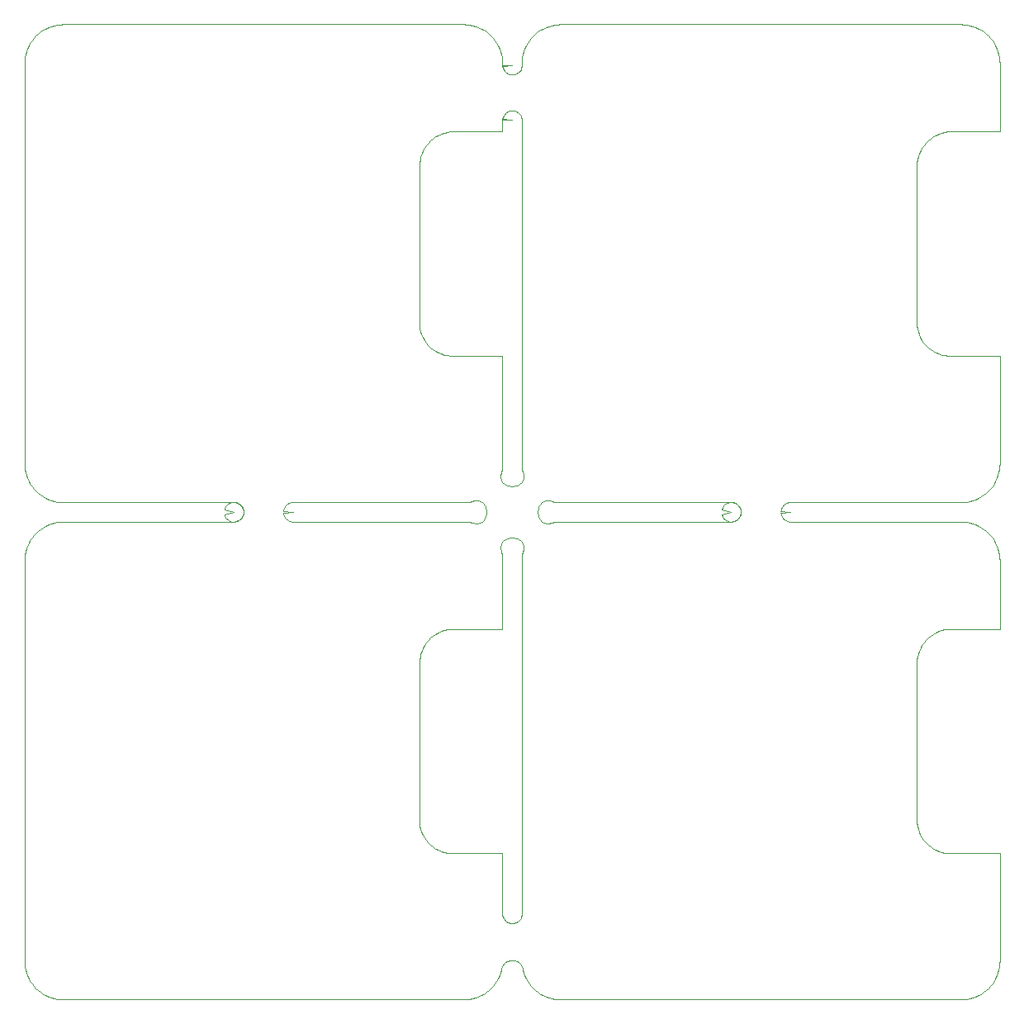
<source format=gko>
%MOIN*%
%OFA0B0*%
%FSLAX36Y36*%
%IPPOS*%
%LPD*%
%ADD10C,0*%
D10*
X001925849Y000126081D02*
X001925849Y000126081D01*
X001926467Y000128714D01*
X001927265Y000131299D01*
X001928239Y000133823D01*
X001929384Y000136274D01*
X001930694Y000138641D01*
X001932163Y000140912D01*
X001933786Y000143076D01*
X001935553Y000145125D01*
X001937456Y000147047D01*
X001939487Y000148834D01*
X001941636Y000150477D01*
X001943892Y000151969D01*
X001946246Y000153302D01*
X001948686Y000154471D01*
X001951200Y000155469D01*
X001953777Y000156292D01*
X001956404Y000156936D01*
X001959069Y000157399D01*
X001961760Y000157677D01*
X001964464Y000157770D01*
X001972546Y000157770D01*
X001975249Y000157677D01*
X001977939Y000157398D01*
X001980605Y000156936D01*
X001983232Y000156291D01*
X001985808Y000155468D01*
X001988322Y000154470D01*
X001990762Y000153301D01*
X001993115Y000151968D01*
X001995372Y000150476D01*
X001997521Y000148833D01*
X001999551Y000147046D01*
X002001455Y000145124D01*
X002003221Y000143076D01*
X002004843Y000140911D01*
X002006313Y000138640D01*
X002007623Y000136273D01*
X002008768Y000133822D01*
X002009741Y000131299D01*
X002010539Y000128714D01*
X002011158Y000126081D01*
X002011158Y000126081D01*
X002012225Y000120717D01*
X002015581Y000108816D01*
X002019861Y000097215D01*
X002025038Y000085985D01*
X002031079Y000075197D01*
X002037950Y000064915D01*
X002045605Y000055205D01*
X002053998Y000046125D01*
X002063078Y000037731D01*
X002072789Y000030076D01*
X002083070Y000023206D01*
X002093859Y000017164D01*
X002105088Y000011987D01*
X002116690Y000007707D01*
X002128590Y000004351D01*
X002140718Y000001939D01*
X002152998Y000000485D01*
X002165354Y000000000D01*
X003779527Y000000000D01*
X003791883Y000000485D01*
X003804162Y000001939D01*
X003816290Y000004351D01*
X003828191Y000007707D01*
X003839792Y000011987D01*
X003851022Y000017164D01*
X003861810Y000023206D01*
X003872092Y000030076D01*
X003881802Y000037731D01*
X003890882Y000046125D01*
X003899276Y000055205D01*
X003906931Y000064915D01*
X003913801Y000075197D01*
X003919843Y000085985D01*
X003925020Y000097215D01*
X003929299Y000108816D01*
X003932656Y000120717D01*
X003935068Y000132845D01*
X003936522Y000145124D01*
X003937007Y000157480D01*
X003937007Y000590551D01*
X003740157Y000590551D01*
X003727408Y000590820D01*
X003714742Y000592296D01*
X003702274Y000594966D01*
X003690115Y000598807D01*
X003678374Y000603783D01*
X003667159Y000609851D01*
X003656569Y000616954D01*
X003646700Y000625029D01*
X003637642Y000634003D01*
X003629475Y000643796D01*
X003622274Y000654319D01*
X003616102Y000665478D01*
X003611016Y000677171D01*
X003607062Y000689294D01*
X003604276Y000701737D01*
X003602681Y000714389D01*
X003602294Y000727134D01*
X003602362Y001358267D01*
X003602950Y001370981D01*
X003604708Y001383587D01*
X003607622Y001395977D01*
X003611666Y001408045D01*
X003616807Y001419688D01*
X003623001Y001430807D01*
X003630194Y001441308D01*
X003638325Y001451100D01*
X003647325Y001460100D01*
X003657116Y001468231D01*
X003667617Y001475423D01*
X003678736Y001481617D01*
X003690379Y001486758D01*
X003702447Y001490802D01*
X003714837Y001493716D01*
X003727443Y001495475D01*
X003740157Y001496062D01*
X003937007Y001496062D01*
X003937007Y001771653D01*
X003936522Y001784009D01*
X003935068Y001796288D01*
X003932656Y001808416D01*
X003929299Y001820317D01*
X003925020Y001831918D01*
X003919843Y001843148D01*
X003913801Y001853937D01*
X003906931Y001864218D01*
X003899276Y001873929D01*
X003890882Y001883009D01*
X003881802Y001891402D01*
X003872092Y001899057D01*
X003861810Y001905927D01*
X003851022Y001911969D01*
X003839792Y001917146D01*
X003828191Y001921426D01*
X003816290Y001924782D01*
X003804162Y001927195D01*
X003791883Y001928648D01*
X003779527Y001929133D01*
X003092115Y001929133D01*
X003089026Y001929255D01*
X003085956Y001929618D01*
X003082924Y001930221D01*
X003079949Y001931060D01*
X003077049Y001932130D01*
X003074241Y001933424D01*
X003071544Y001934935D01*
X003068974Y001936652D01*
X003066546Y001938566D01*
X003064276Y001940665D01*
X003062178Y001942935D01*
X003060264Y001945362D01*
X003058547Y001947933D01*
X003057036Y001950630D01*
X003055742Y001953437D01*
X003054672Y001956337D01*
X003053833Y001959313D01*
X003053230Y001962345D01*
X003052866Y001965414D01*
X003092115Y001968503D01*
X003052866Y001971592D01*
X003053230Y001974662D01*
X003053833Y001977694D01*
X003054672Y001980669D01*
X003055742Y001983570D01*
X003057036Y001986377D01*
X003058547Y001989074D01*
X003060264Y001991645D01*
X003062178Y001994072D01*
X003064276Y001996342D01*
X003066546Y001998441D01*
X003068974Y002000354D01*
X003071544Y002002072D01*
X003074241Y002003582D01*
X003077049Y002004877D01*
X003079949Y002005947D01*
X003082924Y002006786D01*
X003085956Y002007389D01*
X003089026Y002007752D01*
X003092115Y002007874D01*
X003779527Y002007874D01*
X003791883Y002008359D01*
X003804162Y002009813D01*
X003816290Y002012225D01*
X003828191Y002015581D01*
X003839792Y002019861D01*
X003851022Y002025038D01*
X003861810Y002031080D01*
X003872092Y002037950D01*
X003881802Y002045605D01*
X003890882Y002053999D01*
X003899276Y002063079D01*
X003906931Y002072789D01*
X003913801Y002083071D01*
X003919843Y002093859D01*
X003925020Y002105089D01*
X003929299Y002116690D01*
X003932656Y002128591D01*
X003935068Y002140719D01*
X003936522Y002152998D01*
X003937007Y002165354D01*
X003937007Y002598425D01*
X003740157Y002598425D01*
X003727408Y002598694D01*
X003714742Y002600170D01*
X003702274Y002602840D01*
X003690115Y002606681D01*
X003678374Y002611657D01*
X003667159Y002617725D01*
X003656569Y002624828D01*
X003646700Y002632903D01*
X003637642Y002641877D01*
X003629475Y002651670D01*
X003622274Y002662193D01*
X003616102Y002673352D01*
X003611016Y002685045D01*
X003607062Y002697168D01*
X003604276Y002709611D01*
X003602681Y002722263D01*
X003602294Y002735008D01*
X003602362Y003366141D01*
X003602950Y003378855D01*
X003604708Y003391461D01*
X003607622Y003403851D01*
X003611666Y003415919D01*
X003616807Y003427562D01*
X003623001Y003438681D01*
X003630194Y003449182D01*
X003638325Y003458974D01*
X003647325Y003467974D01*
X003657116Y003476105D01*
X003667617Y003483297D01*
X003678736Y003489491D01*
X003690379Y003494632D01*
X003702447Y003498676D01*
X003714837Y003501590D01*
X003727443Y003503349D01*
X003740157Y003503937D01*
X003937007Y003503937D01*
X003937007Y003779527D01*
X003936522Y003791883D01*
X003935068Y003804162D01*
X003932656Y003816290D01*
X003929299Y003828191D01*
X003925020Y003839792D01*
X003919843Y003851022D01*
X003913801Y003861811D01*
X003906931Y003872092D01*
X003899276Y003881803D01*
X003890882Y003890883D01*
X003881802Y003899276D01*
X003872092Y003906931D01*
X003861810Y003913801D01*
X003851022Y003919843D01*
X003839792Y003925020D01*
X003828191Y003929300D01*
X003816290Y003932656D01*
X003804162Y003935069D01*
X003791883Y003936522D01*
X003779527Y003937007D01*
X002165354Y003937007D01*
X002152998Y003936522D01*
X002140718Y003935069D01*
X002128590Y003932656D01*
X002116690Y003929300D01*
X002105088Y003925020D01*
X002093859Y003919843D01*
X002083070Y003913801D01*
X002072789Y003906931D01*
X002063078Y003899276D01*
X002053998Y003890883D01*
X002045605Y003881803D01*
X002037950Y003872092D01*
X002031079Y003861811D01*
X002025038Y003851022D01*
X002019861Y003839792D01*
X002015581Y003828191D01*
X002012225Y003816290D01*
X002009812Y003804162D01*
X002008359Y003791883D01*
X002007874Y003779527D01*
X002007874Y003772772D01*
X002007389Y003766613D01*
X002005947Y003760606D01*
X002003582Y003754899D01*
X002000354Y003749631D01*
X001996342Y003744933D01*
X001991645Y003740921D01*
X001986377Y003737693D01*
X001980669Y003735329D01*
X001974662Y003733887D01*
X001968503Y003733402D01*
X001962345Y003733887D01*
X001956337Y003735329D01*
X001950630Y003737693D01*
X001945362Y003740921D01*
X001940665Y003744933D01*
X001936652Y003749631D01*
X001933424Y003754899D01*
X001931060Y003760606D01*
X001929618Y003766613D01*
X001968503Y003772772D01*
X001929133Y003772772D01*
X001929133Y003779527D01*
X001928648Y003791883D01*
X001927194Y003804162D01*
X001924782Y003816290D01*
X001921425Y003828191D01*
X001917146Y003839792D01*
X001911969Y003851022D01*
X001905927Y003861811D01*
X001899057Y003872092D01*
X001891402Y003881803D01*
X001883008Y003890883D01*
X001873928Y003899276D01*
X001864218Y003906931D01*
X001853936Y003913801D01*
X001843148Y003919843D01*
X001831918Y003925020D01*
X001820317Y003929300D01*
X001808416Y003932656D01*
X001796288Y003935069D01*
X001784009Y003936522D01*
X001771653Y003937007D01*
X000157480Y003937007D01*
X000145124Y003936522D01*
X000132844Y003935069D01*
X000120716Y003932656D01*
X000108816Y003929300D01*
X000097214Y003925020D01*
X000085985Y003919843D01*
X000075196Y003913801D01*
X000064915Y003906931D01*
X000055204Y003899276D01*
X000046124Y003890883D01*
X000037731Y003881803D01*
X000030075Y003872092D01*
X000023205Y003861811D01*
X000017164Y003851022D01*
X000011987Y003839792D01*
X000007707Y003828191D01*
X000004351Y003816290D01*
X000001938Y003804162D01*
X000000485Y003791883D01*
X000000000Y003779527D01*
X000000000Y002165354D01*
X000000485Y002152998D01*
X000001938Y002140719D01*
X000004351Y002128591D01*
X000007707Y002116690D01*
X000011987Y002105089D01*
X000017164Y002093859D01*
X000023205Y002083071D01*
X000030075Y002072789D01*
X000037731Y002063079D01*
X000046124Y002053999D01*
X000055204Y002045605D01*
X000064915Y002037950D01*
X000075196Y002031080D01*
X000085985Y002025038D01*
X000097214Y002019861D01*
X000108816Y002015581D01*
X000120716Y002012225D01*
X000132844Y002009813D01*
X000145124Y002008359D01*
X000157480Y002007874D01*
X000844892Y002007874D01*
X000854083Y002006786D01*
X000862765Y002003582D01*
X000870461Y001998441D01*
X000876743Y001991645D01*
X000881265Y001983570D01*
X000883777Y001974662D01*
X000884140Y001965414D01*
X000882335Y001956337D01*
X000878460Y001947933D01*
X000872731Y001940665D01*
X000865463Y001934935D01*
X000857058Y001931060D01*
X000847981Y001929255D01*
X000838733Y001929618D01*
X000829825Y001932130D01*
X000821751Y001936652D01*
X000814955Y001942935D01*
X000809813Y001950630D01*
X000806609Y001959313D01*
X000844892Y001968503D01*
X000806609Y001977694D01*
X000809813Y001986377D01*
X000814955Y001994072D01*
X000821751Y002000354D01*
X000829825Y002004877D01*
X000838733Y002007389D01*
X000847981Y002007752D01*
X000857058Y002005947D01*
X000865463Y002002072D01*
X000872731Y001996342D01*
X000878460Y001989074D01*
X000882335Y001980669D01*
X000884140Y001971592D01*
X000883777Y001962345D01*
X000881265Y001953437D01*
X000876743Y001945362D01*
X000870461Y001938566D01*
X000862765Y001933424D01*
X000854083Y001930221D01*
X000844892Y001929133D01*
X000157480Y001929133D01*
X000145124Y001928648D01*
X000132844Y001927195D01*
X000120716Y001924782D01*
X000108816Y001921426D01*
X000097214Y001917146D01*
X000085985Y001911969D01*
X000075196Y001905927D01*
X000064915Y001899057D01*
X000055204Y001891402D01*
X000046124Y001883009D01*
X000037731Y001873929D01*
X000030075Y001864218D01*
X000023205Y001853937D01*
X000017164Y001843148D01*
X000011987Y001831918D01*
X000007707Y001820317D01*
X000004351Y001808416D01*
X000001938Y001796288D01*
X000000485Y001784009D01*
X000000000Y001771653D01*
X000000000Y000157480D01*
X000000485Y000145124D01*
X000001938Y000132845D01*
X000004351Y000120717D01*
X000007707Y000108816D01*
X000011987Y000097215D01*
X000017164Y000085985D01*
X000023205Y000075197D01*
X000030075Y000064915D01*
X000037731Y000055205D01*
X000046124Y000046125D01*
X000055204Y000037731D01*
X000064915Y000030076D01*
X000075196Y000023206D01*
X000085985Y000017164D01*
X000097214Y000011987D01*
X000108816Y000007707D01*
X000120716Y000004351D01*
X000132844Y000001939D01*
X000145124Y000000485D01*
X000157480Y000000000D01*
X001771653Y000000000D01*
X001784009Y000000485D01*
X001796288Y000001939D01*
X001808416Y000004351D01*
X001820317Y000007707D01*
X001831918Y000011987D01*
X001843148Y000017164D01*
X001853936Y000023206D01*
X001864218Y000030076D01*
X001873928Y000037731D01*
X001883008Y000046125D01*
X001891402Y000055205D01*
X001899057Y000064915D01*
X001905927Y000075197D01*
X001911969Y000085985D01*
X001917146Y000097215D01*
X001921425Y000108816D01*
X001924782Y000120717D01*
X001925849Y000126081D01*
X002123239Y001923273D02*
X002123239Y001923273D01*
X002119702Y001922449D01*
X002116104Y001921955D01*
X002112475Y001921795D01*
X002108848Y001921970D01*
X002105251Y001922478D01*
X002101717Y001923315D01*
X002098275Y001924475D01*
X002094955Y001925947D01*
X002091785Y001927718D01*
X002088791Y001929774D01*
X002085999Y001932098D01*
X002083433Y001934668D01*
X002081116Y001937465D01*
X002079065Y001940462D01*
X002077300Y001943636D01*
X002075835Y001946960D01*
X002074682Y001950404D01*
X002073851Y001953939D01*
X002073350Y001957537D01*
X002073183Y001961165D01*
X002073183Y001975842D01*
X002073350Y001979470D01*
X002073851Y001983067D01*
X002074682Y001986603D01*
X002075834Y001990047D01*
X002077300Y001993371D01*
X002079065Y001996545D01*
X002081115Y001999543D01*
X002083433Y002002339D01*
X002085999Y002004909D01*
X002088790Y002007233D01*
X002091784Y002009289D01*
X002094955Y002011061D01*
X002098275Y002012532D01*
X002101717Y002013692D01*
X002105251Y002014529D01*
X002108847Y002015038D01*
X002112475Y002015212D01*
X002116104Y002015052D01*
X002119702Y002014558D01*
X002123239Y002013734D01*
X002128590Y002012225D01*
X002140718Y002009813D01*
X002152998Y002008359D01*
X002165354Y002007874D01*
X002852766Y002007874D01*
X002861957Y002006786D01*
X002870639Y002003582D01*
X002878335Y001998441D01*
X002884617Y001991645D01*
X002889139Y001983570D01*
X002891651Y001974662D01*
X002892014Y001965414D01*
X002890209Y001956337D01*
X002886334Y001947933D01*
X002880605Y001940665D01*
X002873337Y001934935D01*
X002864932Y001931060D01*
X002855855Y001929255D01*
X002846607Y001929618D01*
X002837699Y001932130D01*
X002829625Y001936652D01*
X002822829Y001942935D01*
X002817687Y001950630D01*
X002814483Y001959313D01*
X002852766Y001968503D01*
X002814483Y001977694D01*
X002817687Y001986377D01*
X002822829Y001994072D01*
X002829625Y002000354D01*
X002837699Y002004877D01*
X002846607Y002007389D01*
X002855855Y002007752D01*
X002864932Y002005947D01*
X002873337Y002002072D01*
X002880605Y001996342D01*
X002886334Y001989074D01*
X002890209Y001980669D01*
X002892014Y001971592D01*
X002891651Y001962345D01*
X002889139Y001953437D01*
X002884617Y001945362D01*
X002878335Y001938566D01*
X002870639Y001933424D01*
X002861957Y001930221D01*
X002852766Y001929133D01*
X002165354Y001929133D01*
X002152998Y001928648D01*
X002140718Y001927195D01*
X002128590Y001924782D01*
X002123239Y001923273D01*
X001923273Y001813768D02*
X001923273Y001813768D01*
X001922449Y001817305D01*
X001921955Y001820903D01*
X001921795Y001824532D01*
X001921969Y001828159D01*
X001922477Y001831756D01*
X001923315Y001835290D01*
X001924474Y001838732D01*
X001925946Y001842052D01*
X001927718Y001845223D01*
X001929774Y001848216D01*
X001932097Y001851008D01*
X001934668Y001853574D01*
X001937464Y001855892D01*
X001940462Y001857942D01*
X001943636Y001859707D01*
X001946960Y001861172D01*
X001950404Y001862325D01*
X001953939Y001863156D01*
X001957537Y001863657D01*
X001961165Y001863824D01*
X001975842Y001863824D01*
X001979470Y001863657D01*
X001983067Y001863156D01*
X001986603Y001862325D01*
X001990047Y001861172D01*
X001993370Y001859707D01*
X001996544Y001857942D01*
X001999542Y001855891D01*
X002002339Y001853573D01*
X002004909Y001851008D01*
X002007233Y001848216D01*
X002009289Y001845222D01*
X002011060Y001842052D01*
X002012532Y001838731D01*
X002013692Y001835290D01*
X002014529Y001831756D01*
X002015037Y001828159D01*
X002015212Y001824532D01*
X002015052Y001820903D01*
X002014557Y001817305D01*
X002013734Y001813768D01*
X002012225Y001808416D01*
X002009812Y001796288D01*
X002008359Y001784009D01*
X002007874Y001771653D01*
X002007874Y000347575D01*
X002007874Y000347575D01*
X002007389Y000341417D01*
X002005947Y000335409D01*
X002003582Y000329702D01*
X002000354Y000324434D01*
X001996342Y000319737D01*
X001991645Y000315724D01*
X001986377Y000312496D01*
X001980669Y000310132D01*
X001974662Y000308690D01*
X001968503Y000308205D01*
X001962345Y000308690D01*
X001956337Y000310132D01*
X001950630Y000312496D01*
X001945362Y000315724D01*
X001940665Y000319737D01*
X001936652Y000324434D01*
X001933424Y000329702D01*
X001931060Y000335409D01*
X001929618Y000341417D01*
X001929133Y000347575D01*
X001929133Y000590551D01*
X001732283Y000590551D01*
X001719534Y000590820D01*
X001706868Y000592296D01*
X001694400Y000594966D01*
X001682241Y000598807D01*
X001670500Y000603783D01*
X001659285Y000609851D01*
X001648695Y000616954D01*
X001638826Y000625029D01*
X001629768Y000634003D01*
X001621601Y000643796D01*
X001614400Y000654319D01*
X001608228Y000665478D01*
X001603142Y000677171D01*
X001599188Y000689294D01*
X001596402Y000701737D01*
X001594807Y000714389D01*
X001594420Y000727134D01*
X001594488Y001358267D01*
X001595076Y001370981D01*
X001596834Y001383587D01*
X001599748Y001395977D01*
X001603792Y001408045D01*
X001608933Y001419688D01*
X001615127Y001430807D01*
X001622320Y001441308D01*
X001630451Y001451100D01*
X001639451Y001460100D01*
X001649242Y001468231D01*
X001659743Y001475423D01*
X001670862Y001481617D01*
X001682505Y001486758D01*
X001694573Y001490802D01*
X001706963Y001493716D01*
X001719569Y001495475D01*
X001732283Y001496062D01*
X001929133Y001496062D01*
X001929133Y001771653D01*
X001928648Y001784009D01*
X001927194Y001796288D01*
X001924782Y001808416D01*
X001923273Y001813768D01*
X001813767Y002013734D02*
X001813767Y002013734D01*
X001817305Y002014558D01*
X001820903Y002015052D01*
X001824531Y002015212D01*
X001828159Y002015038D01*
X001831755Y002014529D01*
X001835289Y002013692D01*
X001838731Y002012532D01*
X001842052Y002011061D01*
X001845222Y002009289D01*
X001848216Y002007233D01*
X001851008Y002004909D01*
X001853573Y002002339D01*
X001855891Y001999543D01*
X001857941Y001996545D01*
X001859707Y001993371D01*
X001861172Y001990047D01*
X001862325Y001986603D01*
X001863155Y001983067D01*
X001863656Y001979470D01*
X001863824Y001975842D01*
X001863824Y001961165D01*
X001863656Y001957537D01*
X001863155Y001953939D01*
X001862324Y001950404D01*
X001861172Y001946960D01*
X001859706Y001943636D01*
X001857941Y001940462D01*
X001855891Y001937465D01*
X001853573Y001934668D01*
X001851007Y001932098D01*
X001848216Y001929774D01*
X001845222Y001927718D01*
X001842051Y001925947D01*
X001838731Y001924475D01*
X001835289Y001923315D01*
X001831755Y001922478D01*
X001828159Y001921970D01*
X001824531Y001921795D01*
X001820903Y001921955D01*
X001817305Y001922449D01*
X001813767Y001923273D01*
X001808416Y001924782D01*
X001796288Y001927195D01*
X001784009Y001928648D01*
X001771653Y001929133D01*
X001084241Y001929133D01*
X001081152Y001929255D01*
X001078082Y001929618D01*
X001075050Y001930221D01*
X001072075Y001931060D01*
X001069175Y001932130D01*
X001066367Y001933424D01*
X001063670Y001934935D01*
X001061100Y001936652D01*
X001058672Y001938566D01*
X001056402Y001940665D01*
X001054304Y001942935D01*
X001052390Y001945362D01*
X001050673Y001947933D01*
X001049162Y001950630D01*
X001047868Y001953437D01*
X001046798Y001956337D01*
X001045959Y001959313D01*
X001045356Y001962345D01*
X001044992Y001965414D01*
X001084241Y001968503D01*
X001044992Y001971592D01*
X001045356Y001974662D01*
X001045959Y001977694D01*
X001046798Y001980669D01*
X001047868Y001983570D01*
X001049162Y001986377D01*
X001050673Y001989074D01*
X001052390Y001991645D01*
X001054304Y001994072D01*
X001056402Y001996342D01*
X001058672Y001998441D01*
X001061100Y002000354D01*
X001063670Y002002072D01*
X001066367Y002003582D01*
X001069175Y002004877D01*
X001072075Y002005947D01*
X001075050Y002006786D01*
X001078082Y002007389D01*
X001081152Y002007752D01*
X001084241Y002007874D01*
X001771653Y002007874D01*
X001784009Y002008359D01*
X001796288Y002009813D01*
X001808416Y002012225D01*
X001813767Y002013734D01*
X002013734Y002123240D02*
X002013734Y002123240D01*
X002014557Y002119702D01*
X002015051Y002116104D01*
X002015212Y002112476D01*
X002015037Y002108848D01*
X002014529Y002105252D01*
X002013692Y002101718D01*
X002012532Y002098276D01*
X002011060Y002094956D01*
X002009289Y002091785D01*
X002007232Y002088791D01*
X002004909Y002086000D01*
X002002338Y002083434D01*
X001999542Y002081116D01*
X001996544Y002079066D01*
X001993370Y002077300D01*
X001990047Y002075835D01*
X001986603Y002074682D01*
X001983067Y002073852D01*
X001979470Y002073351D01*
X001975842Y002073183D01*
X001961165Y002073183D01*
X001957537Y002073351D01*
X001953940Y002073852D01*
X001950404Y002074682D01*
X001946960Y002075835D01*
X001943636Y002077300D01*
X001940462Y002079066D01*
X001937464Y002081116D01*
X001934668Y002083434D01*
X001932097Y002085999D01*
X001929774Y002088791D01*
X001927718Y002091785D01*
X001925946Y002094955D01*
X001924475Y002098276D01*
X001923315Y002101718D01*
X001922477Y002105252D01*
X001921969Y002108848D01*
X001921795Y002112476D01*
X001921955Y002116104D01*
X001922449Y002119702D01*
X001923273Y002123240D01*
X001924782Y002128591D01*
X001927194Y002140719D01*
X001928648Y002152998D01*
X001929133Y002165354D01*
X001929133Y002598425D01*
X001732283Y002598425D01*
X001719534Y002598694D01*
X001706868Y002600170D01*
X001694400Y002602840D01*
X001682241Y002606681D01*
X001670500Y002611657D01*
X001659285Y002617725D01*
X001648695Y002624828D01*
X001638826Y002632903D01*
X001629768Y002641877D01*
X001621601Y002651670D01*
X001614400Y002662193D01*
X001608228Y002673352D01*
X001603142Y002685045D01*
X001599188Y002697168D01*
X001596402Y002709611D01*
X001594807Y002722263D01*
X001594420Y002735008D01*
X001594488Y003366141D01*
X001595076Y003378855D01*
X001596834Y003391461D01*
X001599748Y003403851D01*
X001603792Y003415919D01*
X001608933Y003427562D01*
X001615127Y003438681D01*
X001622320Y003449182D01*
X001630451Y003458974D01*
X001639451Y003467974D01*
X001649242Y003476105D01*
X001659743Y003483297D01*
X001670862Y003489491D01*
X001682505Y003494632D01*
X001694573Y003498676D01*
X001706963Y003501590D01*
X001719569Y003503349D01*
X001732283Y003503937D01*
X001929133Y003503937D01*
X001929133Y003550061D01*
X001968503Y003550061D01*
X001929618Y003556220D01*
X001931060Y003562227D01*
X001933424Y003567935D01*
X001936652Y003573203D01*
X001940665Y003577900D01*
X001945362Y003581912D01*
X001950630Y003585140D01*
X001956337Y003587505D01*
X001962345Y003588947D01*
X001968503Y003589432D01*
X001974662Y003588947D01*
X001980669Y003587505D01*
X001986377Y003585140D01*
X001991645Y003581912D01*
X001996342Y003577900D01*
X002000354Y003573203D01*
X002003582Y003567935D01*
X002005947Y003562227D01*
X002007389Y003556220D01*
X002007874Y003550061D01*
X002007874Y002165354D01*
X002008359Y002152998D01*
X002009812Y002140719D01*
X002012225Y002128591D01*
X002013734Y002123240D01*
M02*
</source>
